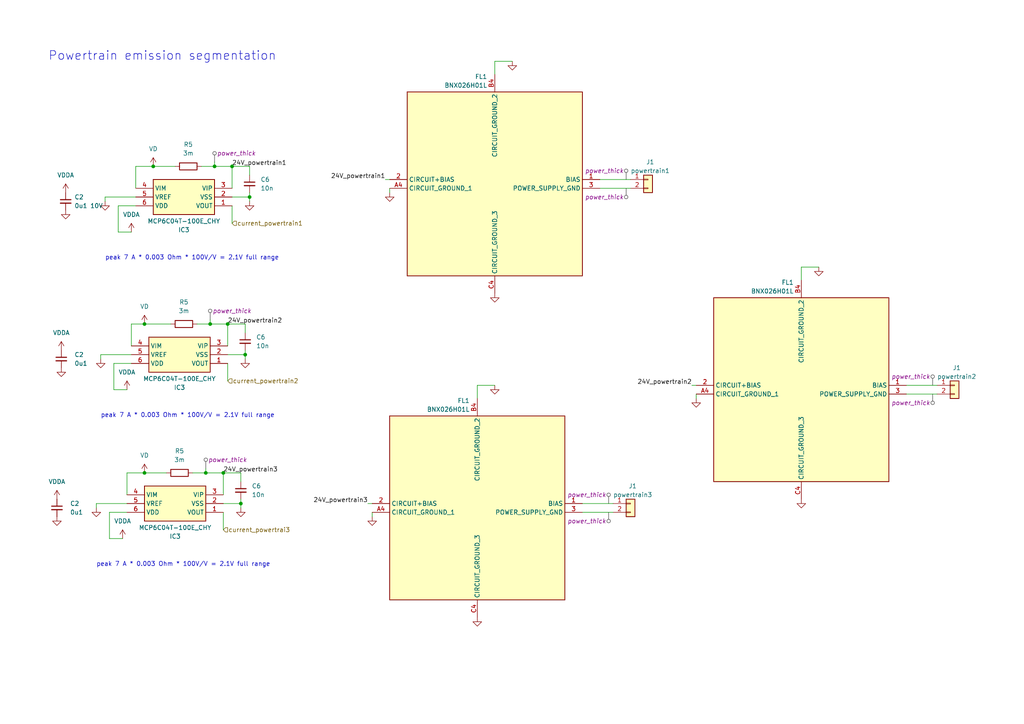
<source format=kicad_sch>
(kicad_sch (version 20230121) (generator eeschema)
  (paper "A4")
  (title_block (title "EP5 rearbox powerboard") (date "2024-06-27") (rev "2.0") (company "NTURacing") (comment 1 "郭哲明") (comment 2 "Electrical group"))
  (lib_symbols
    (symbol "Connector_Generic:Conn_01x02" (pin_names (offset 1.016) hide)
      (property "Reference" "J" (at 0 2.54 0))
      (property "Value" "Conn_01x02" (at 0 -5.08 0))
      (symbol "Conn_01x02_1_1"
        (rectangle (start -1.27 -2.413) (end 0 -2.667) (stroke (width 0.1524)))
        (rectangle (start -1.27 0.127) (end 0 -0.127) (stroke (width 0.1524)))
        (rectangle (start -1.27 1.27) (end 1.27 -3.81) (stroke (width 0.254)) (fill (type background)))
        (pin passive line (at -5.08 0 0) (length 3.81) (name "Pin_1") (number "1"))
        (pin passive line (at -5.08 -2.54 0) (length 3.81) (name "Pin_2") (number "2"))
      )
    )
    (symbol "Device:C_Small" (pin_numbers hide) (pin_names (offset 0.254) hide)
      (property "Reference" "C" (at 0.254 1.778 0))
      (property "Value" "C_Small" (at 0.254 -2.032 0))
      (symbol "C_Small_0_1"
        (polyline (pts (xy -1.524 -0.508) (xy 1.524 -0.508)) (stroke (width 0.3302)))
        (polyline (pts (xy -1.524 0.508) (xy 1.524 0.508)) (stroke (width 0.3048)))
      )
      (symbol "C_Small_1_1"
        (pin passive line (at 0 2.54 270) (length 2.032) (name "~") (number "1"))
        (pin passive line (at 0 -2.54 90) (length 2.032) (name "~") (number "2"))
      )
    )
    (symbol "Device:R" (pin_numbers hide) (pin_names (offset 0))
      (property "Reference" "R" (at 2.032 0 90))
      (property "Value" "R" (at 0 0 90))
      (symbol "R_0_1"
        (rectangle (start -1.016 -2.54) (end 1.016 2.54) (stroke (width 0.254)))
      )
      (symbol "R_1_1"
        (pin passive line (at 0 3.81 270) (length 1.27) (name "~") (number "1"))
        (pin passive line (at 0 -3.81 90) (length 1.27) (name "~") (number "2"))
      )
    )
    (symbol "SamacSys_Parts:BNX026H01L"
      (property "Reference" "FL" (at 57.15 30.48 0))
      (property "Value" "BNX026H01L" (at 57.15 27.94 0))
      (symbol "BNX026H01L_1_1"
        (rectangle (start 5.08 25.4) (end 55.88 -27.94) (stroke (width 0.254)) (fill (type background)))
        (pin passive line (at 0 0 0) (length 5.08) (name "BIAS") (number "1"))
        (pin passive line (at 60.96 0 180) (length 5.08) (name "CIRCUIT+BIAS") (number "2"))
        (pin passive line (at 0 -2.54 0) (length 5.08) (name "POWER_SUPPLY_GND") (number "3"))
        (pin passive line (at 60.96 -2.54 180) (length 5.08) (name "CIRCUIT_GROUND_1") (number "A4"))
        (pin passive line (at 30.48 30.48 270) (length 5.08) (name "CIRCUIT_GROUND_2") (number "B4"))
        (pin passive line (at 30.48 -33.02 90) (length 5.08) (name "CIRCUIT_GROUND_3") (number "C4"))
      )
    )
    (symbol "SamacSys_Parts:MCP6C04T-100E_CHY"
      (property "Reference" "IC" (at 24.13 7.62 0))
      (property "Value" "MCP6C04T-100E_CHY" (at 24.13 5.08 0))
      (symbol "MCP6C04T-100E_CHY_1_1"
        (rectangle (start 5.08 2.54) (end 22.86 -7.62) (stroke (width 0.254)) (fill (type background)))
        (pin passive line (at 0 0 0) (length 5.08) (name "VOUT") (number "1"))
        (pin passive line (at 0 -2.54 0) (length 5.08) (name "VSS") (number "2"))
        (pin passive line (at 0 -5.08 0) (length 5.08) (name "VIP") (number "3"))
        (pin passive line (at 27.94 -5.08 180) (length 5.08) (name "VIM") (number "4"))
        (pin passive line (at 27.94 -2.54 180) (length 5.08) (name "VREF") (number "5"))
        (pin passive line (at 27.94 0 180) (length 5.08) (name "VDD") (number "6"))
      )
    )
    (symbol "power:GND" (power) (pin_names (offset 0))
      (property "Value" "GND" (at 0 -3.81 0))
      (symbol "GND_0_1"
        (polyline (pts (xy 0 0) (xy 0 -1.27) (xy 1.27 -1.27) (xy 0 -2.54) (xy -1.27 -1.27) (xy 0 -1.27)))
      )
      (symbol "GND_1_1"
        (pin power_in line (at 0 0 270) (length 0) hide (name "GND") (number "1"))
      )
    )
    (symbol "power:VD" (power) (pin_names (offset 0))
      (property "Value" "VD" (at 0 3.81 0))
      (symbol "VD_0_1"
        (polyline (pts (xy -0.762 1.27) (xy 0 2.54)))
        (polyline (pts (xy 0 0) (xy 0 2.54)))
        (polyline (pts (xy 0 2.54) (xy 0.762 1.27)))
      )
      (symbol "VD_1_1"
        (pin power_in line (at 0 0 90) (length 0) hide (name "VD") (number "1"))
      )
    )
    (symbol "power:VDDA" (power) (pin_names (offset 0))
      (property "Value" "VDDA" (at 0 3.81 0))
      (symbol "VDDA_0_1"
        (polyline (pts (xy -0.762 1.27) (xy 0 2.54)))
        (polyline (pts (xy 0 0) (xy 0 2.54)))
        (polyline (pts (xy 0 2.54) (xy 0.762 1.27)))
      )
      (symbol "VDDA_1_1"
        (pin power_in line (at 0 0 90) (length 0) hide (name "VDDA") (number "1"))
      )
    )
  )
  (junction (at 71.12 102.87))
  (junction (at 41.91 137.16))
  (junction (at 60.96 93.98))
  (junction (at 41.91 93.98))
  (junction (at 62.23 48.26))
  (junction (at 44.45 48.26))
  (junction (at 59.69 137.16))
  (junction (at 72.39 57.15))
  (junction (at 64.77 137.16))
  (junction (at 66.04 93.98))
  (junction (at 69.85 146.05))
  (junction (at 67.31 48.26))
  (wire (pts (xy 69.85 144.78) (xy 69.85 146.05)))
  (wire (pts (xy 34.29 67.31) (xy 38.1 67.31)))
  (wire (pts (xy 41.91 137.16) (xy 48.26 137.16)))
  (wire (pts (xy 107.95 148.59) (xy 107.95 149.86)))
  (wire (pts (xy 59.69 135.89) (xy 59.69 137.16)))
  (wire (pts (xy 64.77 148.59) (xy 64.77 153.67)))
  (wire (pts (xy 66.04 93.98) (xy 66.04 100.33)))
  (wire (pts (xy 67.31 59.69) (xy 67.31 64.77)))
  (wire (pts (xy 39.37 48.26) (xy 44.45 48.26)))
  (wire (pts (xy 36.83 146.05) (xy 27.94 146.05)))
  (wire (pts (xy 71.12 101.6) (xy 71.12 102.87)))
  (wire (pts (xy 64.77 137.16) (xy 69.85 137.16)))
  (wire (pts (xy 33.02 113.03) (xy 33.02 105.41)))
  (wire (pts (xy 69.85 147.32) (xy 69.85 146.05)))
  (wire (pts (xy 44.45 48.26) (xy 50.8 48.26)))
  (wire (pts (xy 201.93 111.76) (xy 200.66 111.76)))
  (wire (pts (xy 66.04 105.41) (xy 66.04 110.49)))
  (wire (pts (xy 60.96 92.71) (xy 60.96 93.98)))
  (wire (pts (xy 41.91 93.98) (xy 49.53 93.98)))
  (wire (pts (xy 71.12 104.14) (xy 71.12 102.87)))
  (wire (pts (xy 232.41 77.47) (xy 237.49 77.47)))
  (wire (pts (xy 69.85 137.16) (xy 69.85 139.7)))
  (wire (pts (xy 39.37 57.15) (xy 30.48 57.15)))
  (wire (pts (xy 57.15 93.98) (xy 60.96 93.98)))
  (wire (pts (xy 262.89 114.3) (xy 271.78 114.3)))
  (wire (pts (xy 67.31 48.26) (xy 67.31 54.61)))
  (wire (pts (xy 36.83 137.16) (xy 41.91 137.16)))
  (wire (pts (xy 66.04 102.87) (xy 71.12 102.87)))
  (wire (pts (xy 31.75 156.21) (xy 35.56 156.21)))
  (wire (pts (xy 60.96 93.98) (xy 66.04 93.98)))
  (wire (pts (xy 36.83 137.16) (xy 36.83 143.51)))
  (wire (pts (xy 30.48 57.15) (xy 30.48 58.42)))
  (wire (pts (xy 62.23 46.99) (xy 62.23 48.26)))
  (wire (pts (xy 66.04 93.98) (xy 71.12 93.98)))
  (wire (pts (xy 55.88 137.16) (xy 59.69 137.16)))
  (wire (pts (xy 168.91 146.05) (xy 177.8 146.05)))
  (wire (pts (xy 71.12 93.98) (xy 71.12 96.52)))
  (wire (pts (xy 64.77 146.05) (xy 69.85 146.05)))
  (wire (pts (xy 33.02 113.03) (xy 36.83 113.03)))
  (wire (pts (xy 34.29 67.31) (xy 34.29 59.69)))
  (wire (pts (xy 72.39 55.88) (xy 72.39 57.15)))
  (wire (pts (xy 67.31 48.26) (xy 72.39 48.26)))
  (wire (pts (xy 38.1 93.98) (xy 41.91 93.98)))
  (wire (pts (xy 143.51 21.59) (xy 143.51 17.78)))
  (wire (pts (xy 38.1 102.87) (xy 29.21 102.87)))
  (wire (pts (xy 33.02 105.41) (xy 38.1 105.41)))
  (wire (pts (xy 72.39 48.26) (xy 72.39 50.8)))
  (wire (pts (xy 72.39 58.42) (xy 72.39 57.15)))
  (wire (pts (xy 39.37 48.26) (xy 39.37 54.61)))
  (wire (pts (xy 143.51 17.78) (xy 148.59 17.78)))
  (wire (pts (xy 64.77 137.16) (xy 64.77 143.51)))
  (wire (pts (xy 31.75 148.59) (xy 36.83 148.59)))
  (wire (pts (xy 138.43 111.76) (xy 143.51 111.76)))
  (wire (pts (xy 34.29 59.69) (xy 39.37 59.69)))
  (wire (pts (xy 262.89 111.76) (xy 271.78 111.76)))
  (wire (pts (xy 107.95 146.05) (xy 106.68 146.05)))
  (wire (pts (xy 201.93 114.3) (xy 201.93 115.57)))
  (wire (pts (xy 67.31 57.15) (xy 72.39 57.15)))
  (wire (pts (xy 38.1 93.98) (xy 38.1 100.33)))
  (wire (pts (xy 113.03 54.61) (xy 113.03 55.88)))
  (wire (pts (xy 113.03 52.07) (xy 111.76 52.07)))
  (wire (pts (xy 138.43 115.57) (xy 138.43 111.76)))
  (wire (pts (xy 173.99 52.07) (xy 182.88 52.07)))
  (wire (pts (xy 27.94 146.05) (xy 27.94 147.32)))
  (wire (pts (xy 29.21 102.87) (xy 29.21 104.14)))
  (wire (pts (xy 173.99 54.61) (xy 182.88 54.61)))
  (wire (pts (xy 232.41 81.28) (xy 232.41 77.47)))
  (wire (pts (xy 59.69 137.16) (xy 64.77 137.16)))
  (wire (pts (xy 62.23 48.26) (xy 67.31 48.26)))
  (wire (pts (xy 31.75 156.21) (xy 31.75 148.59)))
  (wire (pts (xy 58.42 48.26) (xy 62.23 48.26)))
  (wire (pts (xy 168.91 148.59) (xy 177.8 148.59)))
  (text "peak 7 A * 0.003 Ohm * 100V/V = 2.1V full range" (at 27.94 164.465 0) (effects (font (size 1.27 1.27)) (justify left bottom)))
  (text "Powertrain emission segmentation" (at 13.97 17.78 0) (effects (font (size 2.54 2.54)) (justify left bottom)))
  (text "peak 7 A * 0.003 Ohm * 100V/V = 2.1V full range" (at 29.21 121.285 0) (effects (font (size 1.27 1.27)) (justify left bottom)))
  (text "peak 7 A * 0.003 Ohm * 100V/V = 2.1V full range" (at 30.48 75.565 0) (effects (font (size 1.27 1.27)) (justify left bottom)))
  (label "24V_powertrain1" (at 111.76 52.07 180))
  (label "24V_powertrain3" (at 64.77 137.16 0))
  (label "24V_powertrain2" (at 200.66 111.76 180))
  (label "24V_powertrain3" (at 106.68 146.05 180))
  (label "24V_powertrain1" (at 67.31 48.26 0))
  (label "24V_powertrain2" (at 66.04 93.98 0))
  (hierarchical_label "current_powertrai3" (shape input) (at 64.77 153.67 0))
  (hierarchical_label "current_powertrain1" (shape input) (at 67.31 64.77 0))
  (hierarchical_label "current_powertrain2" (shape input) (at 66.04 110.49 0))
  (netclass_flag "" (length 2.54) (shape round) (at 59.69 135.89 0) (property "Netclass" "power_thick" (at 60.3885 133.35 0) (effects (font italic) (justify left))))
  (netclass_flag "" (length 2.54) (shape round) (at 270.51 111.76 0) (property "Netclass" "power_thick" (at 269.8115 109.22 0) (effects (font italic) (justify right))))
  (netclass_flag "" (length 2.54) (shape round) (at 181.61 52.07 0) (property "Netclass" "power_thick" (at 180.9115 49.53 0) (effects (font italic) (justify right))))
  (netclass_flag "" (length 2.54) (shape round) (at 62.23 46.99 0) (property "Netclass" "power_thick" (at 62.9285 44.45 0) (effects (font italic) (justify left))))
  (netclass_flag "" (length 2.54) (shape round) (at 181.61 54.61 180) (property "Netclass" "power_thick" (at 180.9115 57.15 0) (effects (font italic) (justify right))))
  (netclass_flag "" (length 2.54) (shape round) (at 176.53 146.05 0) (property "Netclass" "power_thick" (at 175.8315 143.51 0) (effects (font italic) (justify right))))
  (netclass_flag "" (length 2.54) (shape round) (at 176.53 148.59 180) (property "Netclass" "power_thick" (at 175.8315 151.13 0) (effects (font italic) (justify right))))
  (netclass_flag "" (length 2.54) (shape round) (at 60.96 92.71 0) (property "Netclass" "power_thick" (at 61.6585 90.17 0) (effects (font italic) (justify left))))
  (netclass_flag "" (length 2.54) (shape round) (at 270.51 114.3 180) (property "Netclass" "power_thick" (at 269.8115 116.84 0) (effects (font italic) (justify right))))
  (symbol (lib_id "Connector_Generic:Conn_01x02") (at 182.88 146.05 0) (unit 1)
    (property "Reference" "J1" (at 183.515 140.97 0))
    (property "Value" "powertrain3" (at 183.515 143.51 0))
    (property "Footprint" "Connector_Molex:Molex_KK-396_A-41791-0002_1x02_P3.96mm_Vertical" (effects hide))
    (instances (project "power board" (path "" (reference "J1") (unit 1)) (path "" (reference "J18") (unit 1))))
  )
  (symbol (lib_id "power:VDDA") (at 36.83 113.03 0) (unit 1)
    (property "Reference" "#PWR017" (effects hide))
    (property "Value" "VDDA" (at 36.83 107.95 0))
    (instances (project "power board" (path "" (reference "#PWR017") (unit 1)) (path "" (reference "#PWR097") (unit 1))))
  )
  (symbol (lib_id "SamacSys_Parts:BNX026H01L") (at 173.99 52.07 0) (mirror y) (unit 1)
    (property "Reference" "FL1" (at 141.3159 22.225 0) (effects (justify left)))
    (property "Value" "BNX026H01L" (at 141.3159 24.765 0) (effects (justify left)))
    (property "Footprint" "SamacSys_Parts:BNX024H01K" (effects hide))
    (property "Datasheet" "https://www.murata.com/en-us/products/productdetail?partno=BNX026H01%23" (effects hide))
    (property "Height" "3.7" (effects hide))
    (property "Mouser Part Number" "81-BNX026H01L" (effects hide))
    (property "Mouser Price/Stock" "https://www.mouser.co.uk/ProductDetail/Murata-Electronics/BNX026H01L?qs=zU3EaVYbc3y78A%2FfsSIPhQ%3D%3D" (effects hide))
    (property "Manufacturer_Name" "Murata Electronics" (effects hide))
    (property "Manufacturer_Part_Number" "BNX026H01L" (effects hide))
    (instances (project "power board" (path "" (reference "FL1") (unit 1)) (path "" (reference "FL3") (unit 1))))
  )
  (symbol (lib_id "power:GND") (at 113.03 55.88 0) (mirror y) (unit 1)
    (property "Reference" "#PWR084" (effects hide))
    (property "Value" "GND" (effects hide))
  )
  (symbol (lib_id "power:VDDA") (at 19.05 55.88 0) (unit 1)
    (property "Reference" "#PWR08" (effects hide))
    (property "Value" "VDDA" (at 19.05 50.8 0))
    (instances (project "power board" (path "" (reference "#PWR08") (unit 1)) (path "" (reference "#PWR083") (unit 1))))
  )
  (symbol (lib_id "Device:C_Small") (at 17.78 104.14 0) (unit 1)
    (property "Reference" "C2" (at 21.59 102.87 0) (effects (justify left)))
    (property "Value" "0u1" (at 21.59 105.41 0) (effects (justify left)))
    (property "Footprint" "Capacitor_SMD:C_0805_2012Metric" (effects hide))
    (instances (project "power board" (path "" (reference "C2") (unit 1)) (path "" (reference "C27") (unit 1))))
  )
  (symbol (lib_id "Device:C_Small") (at 19.05 58.42 0) (unit 1)
    (property "Reference" "C2" (at 21.59 57.1563 0) (effects (justify left)))
    (property "Value" "0u1 10V" (at 21.59 59.6963 0) (effects (justify left)))
    (property "Footprint" "Capacitor_SMD:C_0805_2012Metric" (effects hide))
    (instances (project "power board" (path "" (reference "C2") (unit 1)) (path "" (reference "C25") (unit 1))))
  )
  (symbol (lib_id "power:VD") (at 41.91 137.16 0) (unit 1)
    (property "Reference" "#PWR073" (effects hide))
    (property "Value" "VD" (at 41.91 132.08 0))
    (instances (project "power board" (path "" (reference "#PWR073") (unit 1)) (path "" (reference "#PWR099") (unit 1))))
  )
  (symbol (lib_id "Device:R") (at 52.07 137.16 90) (unit 1)
    (property "Reference" "R5" (at 52.07 130.81 90))
    (property "Value" "3m" (at 52.07 133.35 90))
    (property "Footprint" "Resistor_SMD:R_1206_3216Metric" (effects hide))
    (instances (project "power board" (path "" (reference "R5") (unit 1)) (path "" (reference "R17") (unit 1))))
  )
  (symbol (lib_id "SamacSys_Parts:MCP6C04T-100E_CHY") (at 64.77 148.59 180) (unit 1)
    (property "Reference" "IC3" (at 50.8 155.575 0))
    (property "Value" "MCP6C04T-100E_CHY" (at 50.8 153.035 0))
    (property "Footprint" "SamacSys_Parts:SOT95P280X145-6N" (effects hide))
    (property "Height" "1.45" (effects hide))
    (property "Mouser Part Number" "579-MCP6C04T100ECHY" (effects hide))
    (property "Mouser Price/Stock" "https://www.mouser.co.uk/ProductDetail/Microchip-Technology/MCP6C04T-100E-CHY?qs=3HJ2avRr9PJRQkbNv3EK6Q%3D%3D" (effects hide))
    (property "Manufacturer_Name" "Microchip" (effects hide))
    (property "Manufacturer_Part_Number" "MCP6C04T-100E/CHY" (effects hide))
    (instances (project "power board" (path "" (reference "IC3") (unit 1)) (path "" (reference "IC7") (unit 1))))
  )
  (symbol (lib_id "power:VD") (at 41.91 93.98 0) (unit 1)
    (property "Reference" "#PWR073" (effects hide))
    (property "Value" "VD" (at 41.91 88.9 0))
    (instances (project "power board" (path "" (reference "#PWR073") (unit 1)) (path "" (reference "#PWR091") (unit 1))))
  )
  (symbol (lib_id "SamacSys_Parts:MCP6C04T-100E_CHY") (at 67.31 59.69 180) (unit 1)
    (property "Reference" "IC3" (at 53.34 66.675 0))
    (property "Value" "MCP6C04T-100E_CHY" (at 53.34 64.135 0))
    (property "Footprint" "SamacSys_Parts:SOT95P280X145-6N" (effects hide))
    (property "Height" "1.45" (effects hide))
    (property "Mouser Part Number" "579-MCP6C04T100ECHY" (effects hide))
    (property "Mouser Price/Stock" "https://www.mouser.co.uk/ProductDetail/Microchip-Technology/MCP6C04T-100E-CHY?qs=3HJ2avRr9PJRQkbNv3EK6Q%3D%3D" (effects hide))
    (property "Manufacturer_Name" "Microchip" (effects hide))
    (property "Manufacturer_Part_Number" "MCP6C04T-100E/CHY" (effects hide))
    (instances (project "power board" (path "" (reference "IC3") (unit 1)) (path "" (reference "IC5") (unit 1))))
  )
  (symbol (lib_id "power:GND") (at 237.49 77.47 0) (mirror y) (unit 1)
    (property "Reference" "#PWR089" (effects hide))
    (property "Value" "GND" (effects hide))
  )
  (symbol (lib_id "power:GND") (at 143.51 111.76 0) (mirror y) (unit 1)
    (property "Reference" "#PWR096" (effects hide))
    (property "Value" "GND" (effects hide))
  )
  (symbol (lib_id "Connector_Generic:Conn_01x02") (at 276.86 111.76 0) (unit 1)
    (property "Reference" "J1" (at 277.495 106.68 0))
    (property "Value" "powertrain2" (at 277.495 109.22 0))
    (property "Footprint" "Connector_Molex:Molex_KK-396_A-41791-0002_1x02_P3.96mm_Vertical" (effects hide))
    (instances (project "power board" (path "" (reference "J1") (unit 1)) (path "" (reference "J17") (unit 1))))
  )
  (symbol (lib_id "power:VDDA") (at 17.78 101.6 0) (unit 1)
    (property "Reference" "#PWR08" (effects hide))
    (property "Value" "VDDA" (at 17.78 96.52 0))
    (instances (project "power board" (path "" (reference "#PWR08") (unit 1)) (path "" (reference "#PWR092") (unit 1))))
  )
  (symbol (lib_id "power:GND") (at 201.93 115.57 0) (mirror y) (unit 1)
    (property "Reference" "#PWR098" (effects hide))
    (property "Value" "GND" (effects hide))
  )
  (symbol (lib_id "power:GND") (at 69.85 147.32 0) (unit 1)
    (property "Reference" "#PWR022" (effects hide))
    (property "Value" "GND" (effects hide))
    (instances (project "power board" (path "" (reference "#PWR022") (unit 1)) (path "" (reference "#PWR0103") (unit 1))))
  )
  (symbol (lib_id "power:GND") (at 138.43 179.07 0) (mirror y) (unit 1)
    (property "Reference" "#PWR0107" (effects hide))
    (property "Value" "GND" (effects hide))
  )
  (symbol (lib_id "power:GND") (at 27.94 147.32 0) (unit 1)
    (property "Reference" "#PWR019" (effects hide))
    (property "Value" "GND" (effects hide))
    (instances (project "power board" (path "" (reference "#PWR019") (unit 1)) (path "" (reference "#PWR0102") (unit 1))))
  )
  (symbol (lib_id "power:GND") (at 143.51 85.09 0) (mirror y) (unit 1)
    (property "Reference" "#PWR090" (effects hide))
    (property "Value" "GND" (effects hide))
  )
  (symbol (lib_id "SamacSys_Parts:MCP6C04T-100E_CHY") (at 66.04 105.41 180) (unit 1)
    (property "Reference" "IC3" (at 52.07 112.395 0))
    (property "Value" "MCP6C04T-100E_CHY" (at 52.07 109.855 0))
    (property "Footprint" "SamacSys_Parts:SOT95P280X145-6N" (effects hide))
    (property "Height" "1.45" (effects hide))
    (property "Mouser Part Number" "579-MCP6C04T100ECHY" (effects hide))
    (property "Mouser Price/Stock" "https://www.mouser.co.uk/ProductDetail/Microchip-Technology/MCP6C04T-100E-CHY?qs=3HJ2avRr9PJRQkbNv3EK6Q%3D%3D" (effects hide))
    (property "Manufacturer_Name" "Microchip" (effects hide))
    (property "Manufacturer_Part_Number" "MCP6C04T-100E/CHY" (effects hide))
    (instances (project "power board" (path "" (reference "IC3") (unit 1)) (path "" (reference "IC6") (unit 1))))
  )
  (symbol (lib_id "power:GND") (at 16.51 149.86 0) (unit 1)
    (property "Reference" "#PWR018" (effects hide))
    (property "Value" "GND" (effects hide))
    (instances (project "power board" (path "" (reference "#PWR018") (unit 1)) (path "" (reference "#PWR0104") (unit 1))))
  )
  (symbol (lib_id "power:VDDA") (at 35.56 156.21 0) (unit 1)
    (property "Reference" "#PWR017" (effects hide))
    (property "Value" "VDDA" (at 35.56 151.13 0))
    (instances (project "power board" (path "" (reference "#PWR017") (unit 1)) (path "" (reference "#PWR0106") (unit 1))))
  )
  (symbol (lib_id "power:VDDA") (at 16.51 144.78 0) (unit 1)
    (property "Reference" "#PWR08" (effects hide))
    (property "Value" "VDDA" (at 16.51 139.7 0))
    (instances (project "power board" (path "" (reference "#PWR08") (unit 1)) (path "" (reference "#PWR0100") (unit 1))))
  )
  (symbol (lib_id "Device:R") (at 54.61 48.26 90) (unit 1)
    (property "Reference" "R5" (at 54.61 41.91 90))
    (property "Value" "3m" (at 54.61 44.45 90))
    (property "Footprint" "Resistor_SMD:R_1206_3216Metric" (effects hide))
    (instances (project "power board" (path "" (reference "R5") (unit 1)) (path "" (reference "R15") (unit 1))))
  )
  (symbol (lib_id "power:VDDA") (at 38.1 67.31 0) (unit 1)
    (property "Reference" "#PWR017" (effects hide))
    (property "Value" "VDDA" (at 38.1 62.23 0))
    (instances (project "power board" (path "" (reference "#PWR017") (unit 1)) (path "" (reference "#PWR088") (unit 1))))
  )
  (symbol (lib_id "Device:C_Small") (at 72.39 53.34 0) (unit 1)
    (property "Reference" "C6" (at 75.565 52.07 0) (effects (justify left)))
    (property "Value" "10n" (at 75.565 54.61 0) (effects (justify left)))
    (property "Footprint" "Capacitor_SMD:C_0805_2012Metric" (effects hide))
    (instances (project "power board" (path "" (reference "C6") (unit 1)) (path "" (reference "C24") (unit 1))))
  )
  (symbol (lib_id "power:GND") (at 71.12 104.14 0) (unit 1)
    (property "Reference" "#PWR022" (effects hide))
    (property "Value" "GND" (effects hide))
    (instances (project "power board" (path "" (reference "#PWR022") (unit 1)) (path "" (reference "#PWR094") (unit 1))))
  )
  (symbol (lib_id "Device:C_Small") (at 71.12 99.06 0) (unit 1)
    (property "Reference" "C6" (at 74.295 97.79 0) (effects (justify left)))
    (property "Value" "10n" (at 74.295 100.33 0) (effects (justify left)))
    (property "Footprint" "Capacitor_SMD:C_0805_2012Metric" (effects hide))
    (instances (project "power board" (path "" (reference "C6") (unit 1)) (path "" (reference "C26") (unit 1))))
  )
  (symbol (lib_id "SamacSys_Parts:BNX026H01L") (at 262.89 111.76 0) (mirror y) (unit 1)
    (property "Reference" "FL1" (at 230.2159 81.915 0) (effects (justify left)))
    (property "Value" "BNX026H01L" (at 230.2159 84.455 0) (effects (justify left)))
    (property "Footprint" "SamacSys_Parts:BNX024H01K" (effects hide))
    (property "Datasheet" "https://www.murata.com/en-us/products/productdetail?partno=BNX026H01%23" (effects hide))
    (property "Height" "3.7" (effects hide))
    (property "Mouser Part Number" "81-BNX026H01L" (effects hide))
    (property "Mouser Price/Stock" "https://www.mouser.co.uk/ProductDetail/Murata-Electronics/BNX026H01L?qs=zU3EaVYbc3y78A%2FfsSIPhQ%3D%3D" (effects hide))
    (property "Manufacturer_Name" "Murata Electronics" (effects hide))
    (property "Manufacturer_Part_Number" "BNX026H01L" (effects hide))
    (instances (project "power board" (path "" (reference "FL1") (unit 1)) (path "" (reference "FL4") (unit 1))))
  )
  (symbol (lib_id "Device:R") (at 53.34 93.98 90) (unit 1)
    (property "Reference" "R5" (at 53.34 87.63 90))
    (property "Value" "3m" (at 53.34 90.17 90))
    (property "Footprint" "Resistor_SMD:R_1206_3216Metric" (effects hide))
    (instances (project "power board" (path "" (reference "R5") (unit 1)) (path "" (reference "R16") (unit 1))))
  )
  (symbol (lib_id "power:GND") (at 30.48 58.42 0) (unit 1)
    (property "Reference" "#PWR019" (effects hide))
    (property "Value" "GND" (effects hide))
    (instances (project "power board" (path "" (reference "#PWR019") (unit 1)) (path "" (reference "#PWR085") (unit 1))))
  )
  (symbol (lib_id "Device:C_Small") (at 16.51 147.32 0) (unit 1)
    (property "Reference" "C2" (at 20.32 146.05 0) (effects (justify left)))
    (property "Value" "0u1" (at 20.32 148.59 0) (effects (justify left)))
    (property "Footprint" "Capacitor_SMD:C_0805_2012Metric" (effects hide))
    (instances (project "power board" (path "" (reference "C2") (unit 1)) (path "" (reference "C29") (unit 1))))
  )
  (symbol (lib_id "power:GND") (at 19.05 60.96 0) (unit 1)
    (property "Reference" "#PWR018" (effects hide))
    (property "Value" "GND" (effects hide))
    (instances (project "power board" (path "" (reference "#PWR018") (unit 1)) (path "" (reference "#PWR087") (unit 1))))
  )
  (symbol (lib_id "power:VD") (at 44.45 48.26 0) (unit 1)
    (property "Reference" "#PWR073" (effects hide))
    (property "Value" "VD" (at 44.45 43.18 0))
    (instances (project "power board" (path "" (reference "#PWR073") (unit 1)) (path "" (reference "#PWR082") (unit 1))))
  )
  (symbol (lib_id "power:GND") (at 232.41 144.78 0) (mirror y) (unit 1)
    (property "Reference" "#PWR0101" (effects hide))
    (property "Value" "GND" (effects hide))
  )
  (symbol (lib_id "power:GND") (at 72.39 58.42 0) (unit 1)
    (property "Reference" "#PWR022" (effects hide))
    (property "Value" "GND" (effects hide))
    (instances (project "power board" (path "" (reference "#PWR022") (unit 1)) (path "" (reference "#PWR086") (unit 1))))
  )
  (symbol (lib_id "SamacSys_Parts:BNX026H01L") (at 168.91 146.05 0) (mirror y) (unit 1)
    (property "Reference" "FL1" (at 136.2359 116.205 0) (effects (justify left)))
    (property "Value" "BNX026H01L" (at 136.2359 118.745 0) (effects (justify left)))
    (property "Footprint" "SamacSys_Parts:BNX024H01K" (effects hide))
    (property "Datasheet" "https://www.murata.com/en-us/products/productdetail?partno=BNX026H01%23" (effects hide))
    (property "Height" "3.7" (effects hide))
    (property "Mouser Part Number" "81-BNX026H01L" (effects hide))
    (property "Mouser Price/Stock" "https://www.mouser.co.uk/ProductDetail/Murata-Electronics/BNX026H01L?qs=zU3EaVYbc3y78A%2FfsSIPhQ%3D%3D" (effects hide))
    (property "Manufacturer_Name" "Murata Electronics" (effects hide))
    (property "Manufacturer_Part_Number" "BNX026H01L" (effects hide))
    (instances (project "power board" (path "" (reference "FL1") (unit 1)) (path "" (reference "FL5") (unit 1))))
  )
  (symbol (lib_id "power:GND") (at 29.21 104.14 0) (unit 1)
    (property "Reference" "#PWR019" (effects hide))
    (property "Value" "GND" (effects hide))
    (instances (project "power board" (path "" (reference "#PWR019") (unit 1)) (path "" (reference "#PWR093") (unit 1))))
  )
  (symbol (lib_id "Connector_Generic:Conn_01x02") (at 187.96 52.07 0) (unit 1)
    (property "Reference" "J1" (at 188.595 46.99 0))
    (property "Value" "powertrain1" (at 188.595 49.53 0))
    (property "Footprint" "Connector_Molex:Molex_KK-396_A-41791-0002_1x02_P3.96mm_Vertical" (effects hide))
    (instances (project "power board" (path "" (reference "J1") (unit 1)) (path "" (reference "J16") (unit 1))))
  )
  (symbol (lib_id "Device:C_Small") (at 69.85 142.24 0) (unit 1)
    (property "Reference" "C6" (at 73.025 140.97 0) (effects (justify left)))
    (property "Value" "10n" (at 73.025 143.51 0) (effects (justify left)))
    (property "Footprint" "Capacitor_SMD:C_0805_2012Metric" (effects hide))
    (instances (project "power board" (path "" (reference "C6") (unit 1)) (path "" (reference "C28") (unit 1))))
  )
  (symbol (lib_id "power:GND") (at 148.59 17.78 0) (mirror y) (unit 1)
    (property "Reference" "#PWR081" (effects hide))
    (property "Value" "GND" (effects hide))
  )
  (symbol (lib_id "power:GND") (at 17.78 106.68 0) (unit 1)
    (property "Reference" "#PWR018" (effects hide))
    (property "Value" "GND" (effects hide))
    (instances (project "power board" (path "" (reference "#PWR018") (unit 1)) (path "" (reference "#PWR095") (unit 1))))
  )
  (symbol (lib_id "power:GND") (at 107.95 149.86 0) (mirror y) (unit 1)
    (property "Reference" "#PWR0105" (effects hide))
    (property "Value" "GND" (effects hide))
  )
)
</source>
